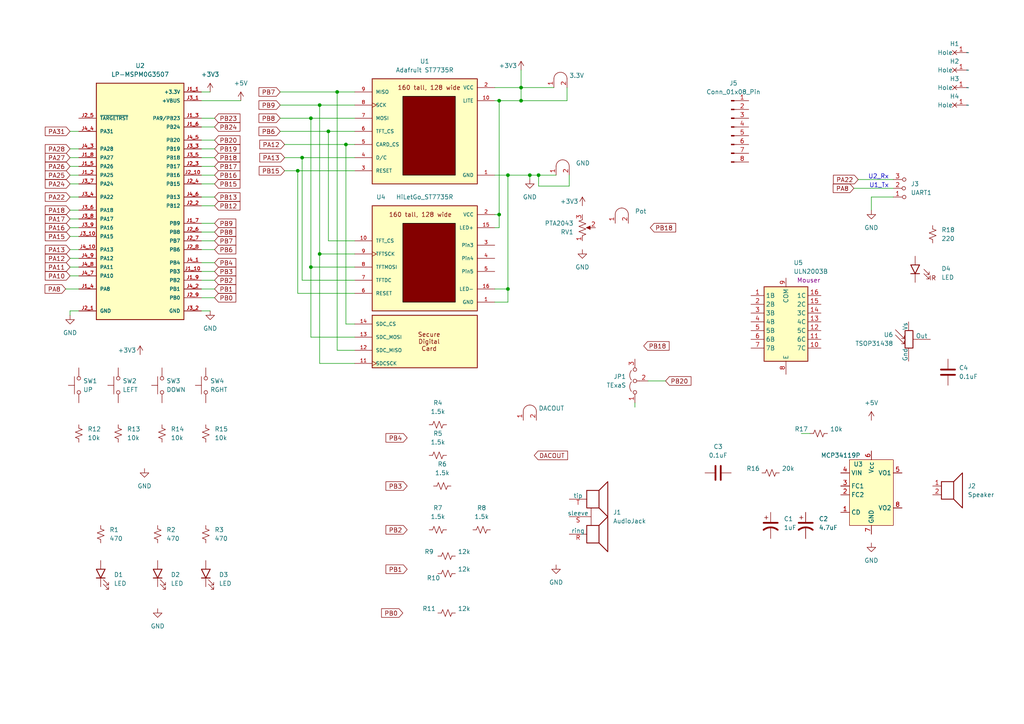
<source format=kicad_sch>
(kicad_sch (version 20250114) (generator "eeschema") (generator_version "9.0")
  (paper "A4")
  (title_block (title "Starter Project Spring 2025") (date "2025-02-24") (rev "v1.0.1") (company "The University of Texas at Austin"))
  (lib_symbols
    (symbol "Connector:Conn_01x08_Pin" (pin_names (offset 1.016) (hide yes))
      (property "Reference" "J" (at 0 10.16 0))
      (property "Value" "Conn_01x08_Pin" (at 0 -12.7 0))
      (symbol "Conn_01x08_Pin_1_1"
        (rectangle (start 0.8636 7.747) (end 0 7.493) (stroke (width 0.1524)) (fill (type outline)))
        (rectangle (start 0.8636 5.207) (end 0 4.953) (stroke (width 0.1524)) (fill (type outline)))
        (rectangle (start 0.8636 2.667) (end 0 2.413) (stroke (width 0.1524)) (fill (type outline)))
        (rectangle (start 0.8636 0.127) (end 0 -0.127) (stroke (width 0.1524)) (fill (type outline)))
        (rectangle (start 0.8636 -2.413) (end 0 -2.667) (stroke (width 0.1524)) (fill (type outline)))
        (rectangle (start 0.8636 -4.953) (end 0 -5.207) (stroke (width 0.1524)) (fill (type outline)))
        (rectangle (start 0.8636 -7.493) (end 0 -7.747) (stroke (width 0.1524)) (fill (type outline)))
        (rectangle (start 0.8636 -10.033) (end 0 -10.287) (stroke (width 0.1524)) (fill (type outline)))
        (polyline (pts (xy 1.27 7.62) (xy 0.8636 7.62)) (stroke (width 0.1524)))
        (polyline (pts (xy 1.27 5.08) (xy 0.8636 5.08)) (stroke (width 0.1524)))
        (polyline (pts (xy 1.27 2.54) (xy 0.8636 2.54)) (stroke (width 0.1524)))
        (polyline (pts (xy 1.27 0) (xy 0.8636 0)) (stroke (width 0.1524)))
        (polyline (pts (xy 1.27 -2.54) (xy 0.8636 -2.54)) (stroke (width 0.1524)))
        (polyline (pts (xy 1.27 -5.08) (xy 0.8636 -5.08)) (stroke (width 0.1524)))
        (polyline (pts (xy 1.27 -7.62) (xy 0.8636 -7.62)) (stroke (width 0.1524)))
        (polyline (pts (xy 1.27 -10.16) (xy 0.8636 -10.16)) (stroke (width 0.1524)))
        (pin passive line (at 5.08 7.62 180) (length 3.81) (name "Pin_1") (number "1"))
        (pin passive line (at 5.08 5.08 180) (length 3.81) (name "Pin_2") (number "2"))
        (pin passive line (at 5.08 2.54 180) (length 3.81) (name "Pin_3") (number "3"))
        (pin passive line (at 5.08 0 180) (length 3.81) (name "Pin_4") (number "4"))
        (pin passive line (at 5.08 -2.54 180) (length 3.81) (name "Pin_5") (number "5"))
        (pin passive line (at 5.08 -5.08 180) (length 3.81) (name "Pin_6") (number "6"))
        (pin passive line (at 5.08 -7.62 180) (length 3.81) (name "Pin_7") (number "7"))
        (pin passive line (at 5.08 -10.16 180) (length 3.81) (name "Pin_8") (number "8"))
      )
    )
    (symbol "ECE319K:Adafruit_ST7735R" (pin_names (offset 1.016))
      (property "Reference" "U?" (at -15.24 16.002 0))
      (property "Value" "Adafruit ST7735R" (at -15.24 -17.78 0))
      (symbol "Adafruit_ST7735R_0_0"
        (rectangle (start -15.24 15.24) (end 15.24 -15.24) (stroke (width 0.254)) (fill (type background)))
      )
      (symbol "Adafruit_ST7735R_1_0"
        (pin output line (at -20.32 11.43 0) (length 5.08) (name "MISO") (number "9"))
        (pin input clock (at -20.32 7.62 0) (length 5.08) (name "SCK") (number "8"))
        (pin input line (at -20.32 3.81 0) (length 5.08) (name "MOSI") (number "7"))
        (pin input line (at -20.32 0 0) (length 5.08) (name "TFT_CS") (number "6"))
        (pin input line (at -20.32 -3.81 0) (length 5.08) (name "CARD_CS") (number "5"))
        (pin input line (at -20.32 -7.62 0) (length 5.08) (name "D/C") (number "4"))
        (pin input line (at -20.32 -11.43 0) (length 5.08) (name "RESET") (number "3"))
        (pin power_in line (at 20.32 12.7 180) (length 5.08) (name "VCC") (number "2"))
        (pin power_in line (at 20.32 8.89 180) (length 5.08) (name "LITE") (number "10"))
        (pin power_in line (at 20.32 -12.7 180) (length 5.08) (name "GND") (number "1"))
      )
      (symbol "Adafruit_ST7735R_1_1"
        (rectangle (start -6.35 10.16) (end 8.89 -12.7) (stroke (width 0) (color 0 0 0 1)) (fill (type color) (color 132 0 0 1)))
        (text "160 tall, 128 wide" (at 1.27 12.7 0) (effects (font (size 1.27 1.27))))
      )
    )
    (symbol "ECE319K:C" (pin_numbers (hide yes)) (pin_names (offset 0.254))
      (property "Reference" "C" (at 0.635 2.54 0))
      (property "Value" "C" (at 0.635 -2.54 0))
      (symbol "C_0_1"
        (polyline (pts (xy -2.032 0.762) (xy 2.032 0.762)) (stroke (width 0.508)))
        (polyline (pts (xy -2.032 -0.762) (xy 2.032 -0.762)) (stroke (width 0.508)))
      )
      (symbol "C_1_1"
        (pin passive line (at 0 3.81 270) (length 2.794) (name "~") (number "1"))
        (pin passive line (at 0 -3.81 90) (length 2.794) (name "~") (number "2"))
      )
    )
    (symbol "ECE319K:C_Polarized" (pin_numbers (hide yes)) (pin_names (offset 0.254) (hide yes))
      (property "Reference" "C" (at 0.635 2.54 0))
      (property "Value" "C_Polarized" (at 0.635 -2.54 0))
      (symbol "C_Polarized_0_1"
        (polyline (pts (xy -2.032 0.762) (xy 2.032 0.762)) (stroke (width 0.508)))
        (polyline (pts (xy -1.778 2.286) (xy -0.762 2.286)))
        (polyline (pts (xy -1.27 1.778) (xy -1.27 2.794)))
        (arc (start -2.032 -1.27) (mid 0 -0.5572) (end 2.032 -1.27) (stroke (width 0.508)))
      )
      (symbol "C_Polarized_1_1"
        (pin passive line (at 0 3.81 270) (length 2.794) (name "~") (number "1"))
        (pin passive line (at 0 -3.81 90) (length 3.302) (name "~") (number "2"))
      )
    )
    (symbol "ECE319K:Header_3" (pin_names (offset 0) (hide yes))
      (property "Reference" "J" (at 0 2.794 0))
      (property "Value" "Header3" (at 0.635 -4.445 0))
      (symbol "Header_3_0_0"
        (circle (center 1.905 2.54) (radius 0.508))
      )
      (symbol "Header_3_1_0"
        (circle (center 1.905 -2.54) (radius 0.508))
        (circle (center 2.032 0) (radius 0.508))
      )
      (symbol "Header_3_1_1"
        (pin passive line (at 5.08 2.54 180) (length 2.54) (name "A") (number "1"))
        (pin passive line (at 5.08 0 180) (length 2.54) (name "B") (number "2"))
        (pin passive line (at 5.08 -2.54 180) (length 2.54) (name "C") (number "3"))
      )
    )
    (symbol "ECE319K:HeadphoneJack" (pin_names (offset 0))
      (property "Reference" "J" (at 1.27 5.715 0))
      (property "Value" "AudioJack" (at 1.27 3.81 0))
      (symbol "HeadphoneJack_0_0"
        (rectangle (start -2.54 1.27) (end 1.016 -3.81) (stroke (width 0.254)))
        (rectangle (start -2.54 -8.89) (end 1.016 -13.97) (stroke (width 0.254)))
        (polyline (pts (xy 1.016 1.27) (xy 3.556 3.81) (xy 3.556 -6.35) (xy 1.016 -3.81)) (stroke (width 0.254)))
        (polyline (pts (xy 1.016 -8.89) (xy 3.556 -6.35) (xy 3.556 -16.51) (xy 1.016 -13.97)) (stroke (width 0.254)))
      )
      (symbol "HeadphoneJack_0_1"
        (polyline (pts (xy -2.54 -6.35) (xy -1.27 -6.35) (xy -1.27 -3.81) (xy -1.27 -8.89)))
      )
      (symbol "HeadphoneJack_1_1"
        (pin input line (at -7.62 -1.27 0) (length 5.12) (name "tip") (number "T"))
        (pin input line (at -7.62 -6.35 0) (length 5.12) (name "sleeve") (number "S"))
        (pin input line (at -7.62 -11.43 0) (length 5.12) (name "ring") (number "R"))
      )
    )
    (symbol "ECE319K:HiLetGo_ST7735R" (pin_names (offset 1.016))
      (property "Reference" "U?" (at -15.24 16.002 0))
      (property "Value" "HiLetGo_ST7735R" (at -11.43 -34.29 0))
      (symbol "HiLetGo_ST7735R_0_0"
        (rectangle (start -15.24 15.24) (end 15.24 -15.24) (stroke (width 0.254)) (fill (type background)))
        (rectangle (start -15.24 -16.51) (end 15.24 -31.75) (stroke (width 0.254)) (fill (type background)))
      )
      (symbol "HiLetGo_ST7735R_1_0"
        (pin input line (at -20.32 5.08 0) (length 5.08) (name "TFT_CS") (number "10"))
        (pin input clock (at -20.32 1.27 0) (length 5.08) (name "TFTSCK") (number "9"))
        (pin input line (at -20.32 -2.54 0) (length 5.08) (name "TFTMOSI") (number "8"))
        (pin input line (at -20.32 -6.35 0) (length 5.08) (name "TFTDC") (number "7"))
        (pin input line (at -20.32 -10.16 0) (length 5.08) (name "RESET") (number "6"))
        (pin input line (at -20.32 -19.05 0) (length 5.08) (name "SDC_CS") (number "14"))
        (pin input line (at -20.32 -22.86 0) (length 5.08) (name "SDC_MOSI") (number "13"))
        (pin output line (at -20.32 -26.67 0) (length 5.08) (name "SDC_MISO") (number "12"))
        (pin input clock (at -20.32 -30.48 0) (length 5.08) (name "SDCSCK") (number "11"))
        (pin power_in line (at 20.32 12.7 180) (length 5.08) (name "VCC") (number "2"))
        (pin power_in line (at 20.32 8.89 180) (length 5.08) (name "LED+") (number "15"))
        (pin free line (at 20.32 3.81 180) (length 5.08) (name "Pin3") (number "3"))
        (pin free line (at 20.32 0 180) (length 5.08) (name "Pin4") (number "4"))
        (pin free line (at 20.32 -3.81 180) (length 5.08) (name "Pin5") (number "5"))
        (pin power_in line (at 20.32 -8.89 180) (length 5.08) (name "LED-") (number "16"))
        (pin power_in line (at 20.32 -12.7 180) (length 5.08) (name "GND") (number "1"))
      )
      (symbol "HiLetGo_ST7735R_1_1"
        (rectangle (start -6.35 10.16) (end 8.89 -12.7) (stroke (width 0) (color 0 0 0 1)) (fill (type color) (color 132 0 0 1)))
        (text "160 tall, 128 wide" (at -1.27 12.7 0) (effects (font (size 1.27 1.27))))
        (text "Secure\nDigital\nCard" (at 1.27 -24.13 0) (effects (font (size 1.27 1.27))))
      )
    )
    (symbol "ECE319K:Jumper_3_Open" (pin_names (offset 0) (hide yes))
      (property "Reference" "JP" (at -2.54 -2.54 0))
      (property "Value" "Jumper_3_Open" (at 0 2.794 0))
      (symbol "Jumper_3_Open_0_0"
        (circle (center -3.302 0) (radius 0.508))
        (circle (center 0 0) (radius 0.508))
        (circle (center 3.302 0) (radius 0.508))
      )
      (symbol "Jumper_3_Open_0_1"
        (arc (start -3.048 1.016) (mid -1.651 1.4992) (end -0.254 1.016))
        (polyline (pts (xy 0 -0.508) (xy 0 -1.27)))
        (arc (start 0.254 1.016) (mid 1.651 1.4992) (end 3.048 1.016))
      )
      (symbol "Jumper_3_Open_1_1"
        (pin passive line (at -6.35 0 0) (length 2.54) (name "A") (number "1"))
        (pin passive line (at 0 -3.81 90) (length 2.54) (name "C") (number "2"))
        (pin passive line (at 6.35 0 180) (length 2.54) (name "B") (number "3"))
      )
    )
    (symbol "ECE319K:LED" (pin_numbers (hide yes)) (pin_names (offset 1.016) (hide yes))
      (property "Reference" "D" (at 1.27 1.27 0))
      (property "Value" "LED" (at -5.08 -1.27 0))
      (symbol "LED_0_1"
        (polyline (pts (xy -0.508 -1.778) (xy 1.016 -3.302) (xy 1.016 -2.54) (xy 1.016 -3.302) (xy 0.254 -3.302)))
        (polyline (pts (xy -0.508 -3.048) (xy 1.016 -4.572) (xy 1.016 -3.81) (xy 1.016 -4.572) (xy 0.254 -4.572)))
        (polyline (pts (xy 0 1.27) (xy -2.54 1.27) (xy -1.27 -1.27) (xy 0 1.27)) (stroke (width 0.254)))
        (polyline (pts (xy 0 -1.27) (xy -2.54 -1.27)) (stroke (width 0.254)))
      )
      (symbol "LED_1_1"
        (pin passive line (at -1.27 3.81 270) (length 2.54) (name "A") (number "2"))
        (pin passive line (at -1.27 -3.81 90) (length 2.54) (name "K") (number "1"))
      )
    )
    (symbol "ECE319K:LP-MSPM0G3507" (pin_names (offset 1.016))
      (property "Reference" "U?" (at -12.7367 34.3099 0))
      (property "Value" "LP-MSPM0G3507" (at -10.16 -38.1 0))
      (symbol "LP-MSPM0G3507_0_0"
        (rectangle (start -12.7 -35.56) (end 12.7 33.02) (stroke (width 0.254)) (fill (type background)))
      )
      (symbol "LP-MSPM0G3507_1_0"
        (pin input line (at -17.78 22.86 0) (length 5.08) (name "~{TARGETRST}") (number "J2_5"))
        (pin bidirectional line (at -17.78 19.05 0) (length 5.08) (name "PA31") (number "J4_4"))
        (pin bidirectional line (at -17.78 13.97 0) (length 5.08) (name "PA28") (number "J4_3"))
        (pin bidirectional line (at -17.78 11.43 0) (length 5.08) (name "PA27") (number "J1_8"))
        (pin bidirectional line (at -17.78 8.89 0) (length 5.08) (name "PA26") (number "J1_5"))
        (pin bidirectional line (at -17.78 6.35 0) (length 5.08) (name "PA25") (number "J1_2"))
        (pin bidirectional line (at -17.78 3.81 0) (length 5.08) (name "PA24") (number "J3_7"))
        (pin bidirectional line (at -17.78 0 0) (length 5.08) (name "PA22") (number "J3_4"))
        (pin bidirectional line (at -17.78 -3.81 0) (length 5.08) (name "PA18") (number "J3_6"))
        (pin bidirectional line (at -17.78 -6.35 0) (length 5.08) (name "PA17") (number "J3_8"))
        (pin bidirectional line (at -17.78 -8.89 0) (length 5.08) (name "PA16") (number "J3_9"))
        (pin bidirectional line (at -17.78 -11.43 0) (length 5.08) (name "PA15") (number "J3_10"))
        (pin bidirectional line (at -17.78 -15.24 0) (length 5.08) (name "PA13") (number "J4_10"))
        (pin bidirectional line (at -17.78 -17.78 0) (length 5.08) (name "PA12") (number "J4_9"))
        (pin bidirectional line (at -17.78 -20.32 0) (length 5.08) (name "PA11") (number "J4_8"))
        (pin bidirectional line (at -17.78 -22.86 0) (length 5.08) (name "PA10") (number "J4_7"))
        (pin bidirectional line (at -17.78 -26.67 0) (length 5.08) (name "PA8") (number "J1_4"))
        (pin power_out line (at -17.78 -33.02 0) (length 5.08) (name "GND") (number "J2_1"))
        (pin power_out line (at 17.78 30.48 180) (length 5.08) (name "+3.3V") (number "J1_1"))
        (pin power_out line (at 17.78 27.94 180) (length 5.08) (name "+VBUS") (number "J3_1"))
        (pin bidirectional line (at 17.78 22.86 180) (length 5.08) (name "PA9/PB23") (number "J1_3"))
        (pin bidirectional line (at 17.78 20.32 180) (length 5.08) (name "PB24") (number "J1_6"))
        (pin bidirectional line (at 17.78 16.51 180) (length 5.08) (name "PB20") (number "J4_5"))
        (pin bidirectional line (at 17.78 13.97 180) (length 5.08) (name "PB19") (number "J3_3"))
        (pin bidirectional line (at 17.78 11.43 180) (length 5.08) (name "PB18") (number "J3_5"))
        (pin bidirectional line (at 17.78 8.89 180) (length 5.08) (name "PB17") (number "J2_3"))
        (pin bidirectional line (at 17.78 6.35 180) (length 5.08) (name "PB16") (number "J2_10"))
        (pin bidirectional line (at 17.78 3.81 180) (length 5.08) (name "PB15") (number "J2_4"))
        (pin bidirectional line (at 17.78 0 180) (length 5.08) (name "PB13") (number "J4_6"))
        (pin bidirectional line (at 17.78 -2.54 180) (length 5.08) (name "PB12") (number "J2_2"))
        (pin bidirectional line (at 17.78 -7.62 180) (length 5.08) (name "PB9") (number "J1_7"))
        (pin bidirectional line (at 17.78 -10.16 180) (length 5.08) (name "PB8") (number "J2_6"))
        (pin bidirectional line (at 17.78 -12.7 180) (length 5.08) (name "PB7") (number "J2_7"))
        (pin bidirectional line (at 17.78 -15.24 180) (length 5.08) (name "PB6") (number "J2_8"))
        (pin bidirectional line (at 17.78 -19.05 180) (length 5.08) (name "PB4") (number "J4_1"))
        (pin bidirectional line (at 17.78 -21.59 180) (length 5.08) (name "PB3") (number "J1_10"))
        (pin bidirectional line (at 17.78 -24.13 180) (length 5.08) (name "PB2") (number "J1_9"))
        (pin bidirectional line (at 17.78 -26.67 180) (length 5.08) (name "PB1") (number "J4_2"))
        (pin bidirectional line (at 17.78 -29.21 180) (length 5.08) (name "PB0") (number "J2_9"))
        (pin power_out line (at 17.78 -33.02 180) (length 5.08) (name "GND") (number "J3_2"))
      )
    )
    (symbol "ECE319K:MCP34119P"
      (property "Reference" "U" (at -5.08 7.62 0))
      (property "Value" "MCP34119P" (at -7.62 10.16 0))
      (symbol "MCP34119P_1_1"
        (rectangle (start -6.35 8.89) (end 6.35 -10.16) (fill (type background)))
        (pin input line (at -8.89 5.08 0) (length 2.54) (name "VIN") (number "4"))
        (pin input line (at -8.89 1.27 0) (length 2.54) (name "FC1") (number "3"))
        (pin input line (at -8.89 -1.27 0) (length 2.54) (name "FC2") (number "2"))
        (pin input line (at -8.89 -6.35 0) (length 2.54) (name "CD") (number "1"))
        (pin power_in line (at 0 11.43 270) (length 2.54) (name "Vcc") (number "6"))
        (pin power_in line (at 0 -12.7 90) (length 2.54) (name "GND") (number "7"))
        (pin output line (at 8.89 5.08 180) (length 2.54) (name "VO1") (number "5"))
        (pin output line (at 8.89 -5.08 180) (length 2.54) (name "VO2") (number "8"))
      )
    )
    (symbol "ECE319K:MountingHole"
      (property "Reference" "H" (at 0 0 0))
      (symbol "MountingHole_1_1"
        (pin power_in non_logic (at 0 0 180) (length 3.81) (name "Hole") (number "1"))
      )
    )
    (symbol "ECE319K:OED-EL-1L2" (pin_numbers (hide yes)) (pin_names (offset 1.016) (hide yes))
      (property "Reference" "D" (at 0 2.54 0))
      (property "Value" "LED" (at -5.08 -2.54 0))
      (symbol "OED-EL-1L2_0_1"
        (polyline (pts (xy 0 1.27) (xy -2.54 1.27) (xy -1.27 -1.27) (xy 0 1.27)) (stroke (width 0.254)))
        (polyline (pts (xy 0 -1.27) (xy -2.54 -1.27)) (stroke (width 0.254)))
        (polyline (pts (xy 1.27 0) (xy 2.794 -1.524) (xy 2.794 -0.762) (xy 2.794 -1.524) (xy 2.032 -1.524)))
        (polyline (pts (xy 1.27 -1.27) (xy 2.794 -2.794) (xy 2.794 -2.032) (xy 2.794 -2.794) (xy 2.032 -2.794)))
      )
      (symbol "OED-EL-1L2_1_1"
        (text "IR" (at 3.81 -2.54 0) (effects (font (size 1.27 1.27))))
        (pin passive line (at -1.27 3.81 270) (length 2.54) (name "A") (number "2"))
        (pin passive line (at -1.27 -3.81 90) (length 2.54) (name "K") (number "1"))
      )
    )
    (symbol "ECE319K:PTA2043pot" (pin_names (offset 1.016) (hide yes))
      (property "Reference" "RV" (at -4.445 0 90))
      (property "Value" "PTA2043" (at -2.54 0 90))
      (symbol "PTA2043pot_0_1"
        (polyline (pts (xy 0 2.54) (xy 0 2.286)))
        (polyline (pts (xy 0 2.286) (xy 1.016 1.905) (xy 0 1.524) (xy -1.016 1.143) (xy 0 0.762)))
        (polyline (pts (xy 0 0.762) (xy 1.016 0.381) (xy 0 0) (xy -1.016 -0.381) (xy 0 -0.762)))
        (polyline (pts (xy 0 -0.762) (xy 1.016 -1.143) (xy 0 -1.524) (xy -1.016 -1.905) (xy 0 -2.286)))
        (polyline (pts (xy 0 -2.286) (xy 0 -2.54)))
        (polyline (pts (xy 1.143 0) (xy 2.286 0.508) (xy 2.286 -0.508) (xy 1.143 0)) (fill (type outline)))
        (polyline (pts (xy 2.54 0) (xy 1.524 0)))
      )
      (symbol "PTA2043pot_1_1"
        (pin passive line (at 0 3.81 270) (length 1.27) (name "1") (number "1"))
        (pin passive line (at 0 -3.81 90) (length 1.27) (name "3") (number "3"))
        (pin passive line (at 3.81 0 180) (length 1.27) (name "2") (number "2"))
      )
    )
    (symbol "ECE319K:R_0.125W" (pin_numbers (hide yes)) (pin_names (offset 0.254) (hide yes))
      (property "Reference" "R" (at 0.762 0.508 0))
      (property "Value" "R_0.125W" (at 0.762 -1.016 0))
      (symbol "R_0.125W_1_1"
        (polyline (pts (xy 0 1.524) (xy 1.016 1.143) (xy 0 0.762) (xy -1.016 0.381) (xy 0 0)))
        (polyline (pts (xy 0 0) (xy 1.016 -0.381) (xy 0 -0.762) (xy -1.016 -1.143) (xy 0 -1.524)))
        (pin passive line (at 0 2.54 270) (length 1.016) (name "~") (number "1"))
        (pin passive line (at 0 -2.54 90) (length 1.016) (name "~") (number "2"))
      )
    )
    (symbol "ECE319K:SW_Push" (pin_numbers (hide yes)) (pin_names (offset 1.016) (hide yes))
      (property "Reference" "SW101" (at 1.27 -1.27 90))
      (property "Value" "UP" (at -1.27 -1.27 90))
      (symbol "SW_Push_0_1"
        (circle (center -2.032 0) (radius 0.508))
        (polyline (pts (xy 0 1.27) (xy 0 3.048)))
        (circle (center 2.032 0) (radius 0.508))
        (polyline (pts (xy 2.54 1.27) (xy -2.54 1.27)))
        (pin passive line (at -5.08 0 0) (length 2.54) (name "1") (number "1"))
        (pin passive line (at 5.08 0 180) (length 2.54) (name "2") (number "2"))
      )
    )
    (symbol "ECE319K:Speaker" (pin_names (offset 0) (hide yes))
      (property "Reference" "J" (at 1.27 5.715 0))
      (property "Value" "Speaker" (at 1.27 3.81 0))
      (symbol "Speaker_0_0"
        (rectangle (start -2.54 1.27) (end 1.016 -3.81) (stroke (width 0.254)))
        (polyline (pts (xy 1.016 1.27) (xy 3.556 3.81) (xy 3.556 -6.35) (xy 1.016 -3.81)) (stroke (width 0.254)))
      )
      (symbol "Speaker_1_1"
        (pin input line (at -5.08 0 0) (length 2.54) (name "1") (number "1"))
        (pin input line (at -5.08 -2.54 0) (length 2.54) (name "2") (number "2"))
      )
    )
    (symbol "ECE319K:TSOP31438" (pin_numbers (hide yes)) (pin_names (offset 0))
      (property "Reference" "U" (at -5.08 0 90))
      (property "Value" "TSOP31438" (at -7.62 -1.27 90))
      (symbol "TSOP31438_0_1"
        (polyline (pts (xy -1.27 0.254) (xy -3.81 2.794)))
        (polyline (pts (xy -1.27 0.254) (xy -2.032 0.254)))
        (polyline (pts (xy -1.27 0.254) (xy -1.27 1.016)))
        (polyline (pts (xy -1.27 -1.27) (xy -3.81 1.27)))
        (polyline (pts (xy -1.27 -1.27) (xy -2.032 -1.27)))
        (polyline (pts (xy -1.27 -1.27) (xy -1.27 -0.508)))
        (rectangle (start -1.016 2.54) (end 1.27 -2.54) (stroke (width 0.254)))
      )
      (symbol "TSOP31438_1_1"
        (pin power_in line (at 0 5.08 270) (length 2.54) (name "Vs") (number "2"))
        (pin power_in line (at 0 -6.35 90) (length 3.81) (name "Gnd") (number "1"))
        (pin output line (at 6.35 0 180) (length 5.08) (name "Out") (number "3"))
      )
    )
    (symbol "ECE319K:Testpoint" (pin_names (offset 0) (hide yes))
      (property "Reference" "TP" (at 0 2.794 0))
      (property "Value" "TP" (at 0 -2.286 0))
      (symbol "Testpoint_0_1"
        (arc (start 0.0001 4.4451) (mid 1.3471 3.8871) (end 1.9051 2.5401))
        (arc (start -1.905 2.54) (mid -1.347 3.887) (end 0 4.445))
      )
      (symbol "Testpoint_1_1"
        (pin passive line (at -1.905 0 90) (length 2.54) (name "A") (number "1"))
        (pin passive line (at 1.905 0 90) (length 2.54) (name "B") (number "2"))
      )
    )
    (symbol "ECE319K:ULN2003B"
      (property "Reference" "U" (at 7.62 8.89 0))
      (property "Value" "ULN2003B" (at 6.35 -15.24 0))
      (property "Distributor" " Mouser " (at 0 0 0))
      (symbol "ULN2003B_0_0"
        (rectangle (start -6.35 7.62) (end 6.35 -13.97) (stroke (width 0.254)) (fill (type background)))
      )
      (symbol "ULN2003B_1_1"
        (pin input line (at -10.16 5.08 0) (length 3.81) (name "1B") (number "1"))
        (pin input line (at -10.16 2.54 0) (length 3.81) (name "2B") (number "2"))
        (pin input line (at -10.16 0 0) (length 3.81) (name "3B") (number "3"))
        (pin input line (at -10.16 -2.54 0) (length 3.81) (name "4B") (number "4"))
        (pin input line (at -10.16 -5.08 0) (length 3.81) (name "5B") (number "5"))
        (pin input line (at -10.16 -7.62 0) (length 3.81) (name "6B") (number "6"))
        (pin input line (at -10.16 -10.16 0) (length 3.81) (name "7B") (number "7"))
        (pin power_in line (at 0 10.16 270) (length 2.54) (name "COM") (number "9"))
        (pin power_in line (at 0 -17.78 90) (length 3.81) (name "E") (number "8"))
        (pin output line (at 10.16 5.08 180) (length 3.81) (name "1C") (number "16"))
        (pin output line (at 10.16 2.54 180) (length 3.81) (name "2C") (number "15"))
        (pin output line (at 10.16 0 180) (length 3.81) (name "3C") (number "14"))
        (pin output line (at 10.16 -2.54 180) (length 3.81) (name "4C") (number "13"))
        (pin output line (at 10.16 -5.08 180) (length 3.81) (name "5C") (number "12"))
        (pin output line (at 10.16 -7.62 180) (length 3.81) (name "6C") (number "11"))
        (pin output line (at 10.16 -10.16 180) (length 3.81) (name "7C") (number "10"))
      )
    )
    (symbol "power:+3V3" (power) (pin_names (offset 0))
      (property "Value" "+3V3" (at 0 3.556 0))
      (symbol "+3V3_0_1"
        (polyline (pts (xy -0.762 1.27) (xy 0 2.54)))
        (polyline (pts (xy 0 2.54) (xy 0.762 1.27)))
        (polyline (pts (xy 0 0) (xy 0 2.54)))
      )
      (symbol "+3V3_1_1"
        (pin power_in line (at 0 0 90) (length 0) (hide yes) (name "+3V3") (number "1"))
      )
    )
    (symbol "power:+5V" (power) (pin_names (offset 0))
      (property "Value" "+5V" (at 0 3.556 0))
      (symbol "+5V_0_1"
        (polyline (pts (xy -0.762 1.27) (xy 0 2.54)))
        (polyline (pts (xy 0 2.54) (xy 0.762 1.27)))
        (polyline (pts (xy 0 0) (xy 0 2.54)))
      )
      (symbol "+5V_1_1"
        (pin power_in line (at 0 0 90) (length 0) (hide yes) (name "+5V") (number "1"))
      )
    )
    (symbol "power:GND" (power) (pin_names (offset 0))
      (property "Value" "GND" (at 0 -3.81 0))
      (symbol "GND_0_1"
        (polyline (pts (xy 0 0) (xy 0 -1.27) (xy 1.27 -1.27) (xy 0 -2.54) (xy -1.27 -1.27) (xy 0 -1.27)))
      )
      (symbol "GND_1_1"
        (pin power_in line (at 0 0 270) (length 0) (hide yes) (name "GND") (number "1"))
      )
    )
  )
  (text "U2_Rx" (at 257.81 52.07 0) (effects (font (size 1.27 1.27)) (justify right bottom)))
  (text "U1_Tx" (at 257.81 54.61 0) (effects (font (size 1.27 1.27)) (justify right bottom)))
  (junction (at 86.36 49.53))
  (junction (at 144.78 62.23))
  (junction (at 97.79 26.67))
  (junction (at 147.32 50.8))
  (junction (at 87.63 45.72))
  (junction (at 95.25 38.1))
  (junction (at 147.32 83.82))
  (junction (at 100.33 41.91))
  (junction (at 153.67 50.8))
  (junction (at 144.78 29.21))
  (junction (at 92.71 30.48))
  (junction (at 151.13 25.4))
  (junction (at 156.21 50.8))
  (junction (at 90.17 77.47))
  (junction (at 90.17 34.29))
  (junction (at 92.71 73.66))
  (junction (at 151.13 29.21))
  (wire (pts (xy 165.1 53.975) (xy 156.21 53.975)))
  (wire (pts (xy 90.17 77.47) (xy 90.17 34.29)))
  (wire (pts (xy 102.87 85.09) (xy 86.36 85.09)))
  (wire (pts (xy 58.42 86.36) (xy 62.23 86.36)))
  (wire (pts (xy 58.42 57.15) (xy 62.23 57.15)))
  (wire (pts (xy 81.28 38.1) (xy 95.25 38.1)))
  (wire (pts (xy 95.25 38.1) (xy 102.87 38.1)))
  (wire (pts (xy 58.42 50.8) (xy 62.23 50.8)))
  (wire (pts (xy 20.32 91.44) (xy 20.32 90.17)))
  (wire (pts (xy 81.28 34.29) (xy 90.17 34.29)))
  (wire (pts (xy 100.33 41.91) (xy 102.87 41.91)))
  (wire (pts (xy 82.55 49.53) (xy 86.36 49.53)))
  (wire (pts (xy 20.32 68.58) (xy 22.86 68.58)))
  (wire (pts (xy 58.42 26.67) (xy 60.96 26.67)))
  (wire (pts (xy 20.32 66.04) (xy 22.86 66.04)))
  (wire (pts (xy 102.87 101.6) (xy 97.79 101.6)))
  (wire (pts (xy 164.465 25.4) (xy 164.465 29.21)))
  (wire (pts (xy 247.65 54.61) (xy 259.08 54.61)))
  (wire (pts (xy 143.51 66.04) (xy 144.78 66.04)))
  (wire (pts (xy 58.42 45.72) (xy 62.23 45.72)))
  (wire (pts (xy 102.87 69.85) (xy 95.25 69.85)))
  (wire (pts (xy 58.42 40.64) (xy 62.23 40.64)))
  (wire (pts (xy 20.32 38.1) (xy 22.86 38.1)))
  (wire (pts (xy 143.51 29.21) (xy 144.78 29.21)))
  (wire (pts (xy 86.36 49.53) (xy 86.36 85.09)))
  (wire (pts (xy 143.51 83.82) (xy 147.32 83.82)))
  (wire (pts (xy 87.63 45.72) (xy 87.63 81.28)))
  (wire (pts (xy 58.42 72.39) (xy 62.23 72.39)))
  (wire (pts (xy 102.87 97.79) (xy 90.17 97.79)))
  (wire (pts (xy 81.28 30.48) (xy 92.71 30.48)))
  (wire (pts (xy 20.32 48.26) (xy 22.86 48.26)))
  (wire (pts (xy 58.42 83.82) (xy 62.23 83.82)))
  (wire (pts (xy 19.05 83.82) (xy 22.86 83.82)))
  (wire (pts (xy 100.33 93.98) (xy 100.33 41.91)))
  (wire (pts (xy 187.96 110.49) (xy 193.04 110.49)))
  (wire (pts (xy 58.42 76.2) (xy 62.23 76.2)))
  (wire (pts (xy 144.78 66.04) (xy 144.78 62.23)))
  (wire (pts (xy 20.32 63.5) (xy 22.86 63.5)))
  (wire (pts (xy 58.42 34.29) (xy 62.23 34.29)))
  (wire (pts (xy 156.21 53.975) (xy 156.21 50.8)))
  (wire (pts (xy 143.51 87.63) (xy 147.32 87.63)))
  (wire (pts (xy 97.79 101.6) (xy 97.79 26.67)))
  (wire (pts (xy 144.78 29.21) (xy 151.13 29.21)))
  (wire (pts (xy 58.42 64.77) (xy 62.23 64.77)))
  (wire (pts (xy 151.13 25.4) (xy 151.13 20.32)))
  (wire (pts (xy 82.55 45.72) (xy 87.63 45.72)))
  (wire (pts (xy 20.32 50.8) (xy 22.86 50.8)))
  (wire (pts (xy 248.92 52.07) (xy 259.08 52.07)))
  (wire (pts (xy 58.42 48.26) (xy 62.23 48.26)))
  (wire (pts (xy 20.32 90.17) (xy 22.86 90.17)))
  (wire (pts (xy 153.67 50.8) (xy 153.67 52.07)))
  (wire (pts (xy 58.42 29.21) (xy 69.85 29.21)))
  (wire (pts (xy 147.32 50.8) (xy 153.67 50.8)))
  (wire (pts (xy 165.1 50.8) (xy 165.1 53.975)))
  (wire (pts (xy 144.78 62.23) (xy 144.78 29.21)))
  (wire (pts (xy 234.95 125.73) (xy 232.41 125.73)))
  (wire (pts (xy 20.32 57.15) (xy 22.86 57.15)))
  (wire (pts (xy 143.51 62.23) (xy 144.78 62.23)))
  (wire (pts (xy 252.73 57.15) (xy 252.73 60.96)))
  (wire (pts (xy 90.17 97.79) (xy 90.17 77.47)))
  (wire (pts (xy 102.87 81.28) (xy 87.63 81.28)))
  (wire (pts (xy 20.32 74.93) (xy 22.86 74.93)))
  (wire (pts (xy 151.13 29.21) (xy 151.13 25.4)))
  (wire (pts (xy 102.87 77.47) (xy 90.17 77.47)))
  (wire (pts (xy 58.42 90.17) (xy 60.96 90.17)))
  (wire (pts (xy 184.15 116.84) (xy 184.15 118.11)))
  (wire (pts (xy 58.42 67.31) (xy 62.23 67.31)))
  (wire (pts (xy 86.36 49.53) (xy 102.87 49.53)))
  (wire (pts (xy 58.42 81.28) (xy 62.23 81.28)))
  (wire (pts (xy 143.51 25.4) (xy 151.13 25.4)))
  (wire (pts (xy 92.71 73.66) (xy 92.71 30.48)))
  (wire (pts (xy 20.32 80.01) (xy 22.86 80.01)))
  (wire (pts (xy 102.87 93.98) (xy 100.33 93.98)))
  (wire (pts (xy 20.32 77.47) (xy 22.86 77.47)))
  (wire (pts (xy 147.32 83.82) (xy 147.32 50.8)))
  (wire (pts (xy 58.42 53.34) (xy 62.23 53.34)))
  (wire (pts (xy 153.67 50.8) (xy 156.21 50.8)))
  (wire (pts (xy 92.71 105.41) (xy 92.71 73.66)))
  (wire (pts (xy 259.08 57.15) (xy 252.73 57.15)))
  (wire (pts (xy 92.71 30.48) (xy 102.87 30.48)))
  (wire (pts (xy 58.42 78.74) (xy 62.23 78.74)))
  (wire (pts (xy 95.25 69.85) (xy 95.25 38.1)))
  (wire (pts (xy 20.32 45.72) (xy 22.86 45.72)))
  (wire (pts (xy 151.13 25.4) (xy 160.655 25.4)))
  (wire (pts (xy 87.63 45.72) (xy 102.87 45.72)))
  (wire (pts (xy 143.51 50.8) (xy 147.32 50.8)))
  (wire (pts (xy 164.465 29.21) (xy 151.13 29.21)))
  (wire (pts (xy 20.32 43.18) (xy 22.86 43.18)))
  (wire (pts (xy 20.32 72.39) (xy 22.86 72.39)))
  (wire (pts (xy 58.42 43.18) (xy 62.23 43.18)))
  (wire (pts (xy 58.42 59.69) (xy 62.23 59.69)))
  (wire (pts (xy 147.32 87.63) (xy 147.32 83.82)))
  (wire (pts (xy 58.42 69.85) (xy 62.23 69.85)))
  (wire (pts (xy 58.42 36.83) (xy 62.23 36.83)))
  (wire (pts (xy 92.71 73.66) (xy 102.87 73.66)))
  (wire (pts (xy 97.79 26.67) (xy 102.87 26.67)))
  (wire (pts (xy 20.32 60.96) (xy 22.86 60.96)))
  (wire (pts (xy 90.17 34.29) (xy 102.87 34.29)))
  (wire (pts (xy 81.28 26.67) (xy 97.79 26.67)))
  (wire (pts (xy 20.32 53.34) (xy 22.86 53.34)))
  (wire (pts (xy 102.87 105.41) (xy 92.71 105.41)))
  (wire (pts (xy 156.21 50.8) (xy 161.29 50.8)))
  (wire (pts (xy 82.55 41.91) (xy 100.33 41.91)))
  (global_label "PA13" (shape input) (at 82.55 45.72 180) (property "Intersheetrefs" "${INTERSHEET_REFS}" (effects (hide yes))))
  (global_label "PB4" (shape input) (at 118.11 127 180) (property "Intersheetrefs" "${INTERSHEET_REFS}" (effects (hide yes))))
  (global_label "PB8" (shape input) (at 62.23 67.31 0) (property "Intersheetrefs" "${INTERSHEET_REFS}" (effects (hide yes))))
  (global_label "PA12" (shape input) (at 82.55 41.91 180) (property "Intersheetrefs" "${INTERSHEET_REFS}" (effects (hide yes))))
  (global_label "PB6" (shape input) (at 62.23 72.39 0) (property "Intersheetrefs" "${INTERSHEET_REFS}" (effects (hide yes))))
  (global_label "PB6" (shape input) (at 81.28 38.1 180) (property "Intersheetrefs" "${INTERSHEET_REFS}" (effects (hide yes))))
  (global_label "PB18" (shape input) (at 186.69 100.33 0) (property "Intersheetrefs" "${INTERSHEET_REFS}" (effects (hide yes))))
  (global_label "PB15" (shape input) (at 62.23 53.34 0) (property "Intersheetrefs" "${INTERSHEET_REFS}" (effects (hide yes))))
  (global_label "PB7" (shape input) (at 81.28 26.67 180) (property "Intersheetrefs" "${INTERSHEET_REFS}" (effects (hide yes))))
  (global_label "PB20" (shape input) (at 193.04 110.49 0) (property "Intersheetrefs" "${INTERSHEET_REFS}" (effects (hide yes))))
  (global_label "PA25" (shape input) (at 20.32 50.8 180) (property "Intersheetrefs" "${INTERSHEET_REFS}" (effects (hide yes))))
  (global_label "PA22" (shape input) (at 20.32 57.15 180) (property "Intersheetrefs" "${INTERSHEET_REFS}" (effects (hide yes))))
  (global_label "PB18" (shape input) (at 62.23 45.72 0) (property "Intersheetrefs" "${INTERSHEET_REFS}" (effects (hide yes))))
  (global_label "PA24" (shape input) (at 20.32 53.34 180) (property "Intersheetrefs" "${INTERSHEET_REFS}" (effects (hide yes))))
  (global_label "PB7" (shape input) (at 62.23 69.85 0) (property "Intersheetrefs" "${INTERSHEET_REFS}" (effects (hide yes))))
  (global_label "PB23" (shape input) (at 62.23 34.29 0) (property "Intersheetrefs" "${INTERSHEET_REFS}" (effects (hide yes))))
  (global_label "PA15" (shape input) (at 20.32 68.58 180) (property "Intersheetrefs" "${INTERSHEET_REFS}" (effects (hide yes))))
  (global_label "PB18" (shape input) (at 188.595 66.04 0) (property "Intersheetrefs" "${INTERSHEET_REFS}" (effects (hide yes))))
  (global_label "PB3" (shape input) (at 62.23 78.74 0) (property "Intersheetrefs" "${INTERSHEET_REFS}" (effects (hide yes))))
  (global_label "PA31" (shape input) (at 20.32 38.1 180) (property "Intersheetrefs" "${INTERSHEET_REFS}" (effects (hide yes))))
  (global_label "PA26" (shape input) (at 20.32 48.26 180) (property "Intersheetrefs" "${INTERSHEET_REFS}" (effects (hide yes))))
  (global_label "PA17" (shape input) (at 20.32 63.5 180) (property "Intersheetrefs" "${INTERSHEET_REFS}" (effects (hide yes))))
  (global_label "PB3" (shape input) (at 118.11 140.97 180) (property "Intersheetrefs" "${INTERSHEET_REFS}" (effects (hide yes))))
  (global_label "PB9" (shape input) (at 62.23 64.77 0) (property "Intersheetrefs" "${INTERSHEET_REFS}" (effects (hide yes))))
  (global_label "PA13" (shape input) (at 20.32 72.39 180) (property "Intersheetrefs" "${INTERSHEET_REFS}" (effects (hide yes))))
  (global_label "PB17" (shape input) (at 62.23 48.26 0) (property "Intersheetrefs" "${INTERSHEET_REFS}" (effects (hide yes))))
  (global_label "PB8" (shape input) (at 81.28 34.29 180) (property "Intersheetrefs" "${INTERSHEET_REFS}" (effects (hide yes))))
  (global_label "PA10" (shape input) (at 20.32 80.01 180) (property "Intersheetrefs" "${INTERSHEET_REFS}" (effects (hide yes))))
  (global_label "PA12" (shape input) (at 20.32 74.93 180) (property "Intersheetrefs" "${INTERSHEET_REFS}" (effects (hide yes))))
  (global_label "PB0" (shape input) (at 116.84 177.8 180) (property "Intersheetrefs" "${INTERSHEET_REFS}" (effects (hide yes))))
  (global_label "PB4" (shape input) (at 62.23 76.2 0) (property "Intersheetrefs" "${INTERSHEET_REFS}" (effects (hide yes))))
  (global_label "DACOUT" (shape input) (at 154.94 132.08 0) (property "Intersheetrefs" "${INTERSHEET_REFS}" (effects (hide yes))))
  (global_label "PB24" (shape input) (at 62.23 36.83 0) (property "Intersheetrefs" "${INTERSHEET_REFS}" (effects (hide yes))))
  (global_label "PB13" (shape input) (at 62.23 57.15 0) (property "Intersheetrefs" "${INTERSHEET_REFS}" (effects (hide yes))))
  (global_label "PA11" (shape input) (at 20.32 77.47 180) (property "Intersheetrefs" "${INTERSHEET_REFS}" (effects (hide yes))))
  (global_label "PA27" (shape input) (at 20.32 45.72 180) (property "Intersheetrefs" "${INTERSHEET_REFS}" (effects (hide yes))))
  (global_label "PA18" (shape input) (at 20.32 60.96 180) (property "Intersheetrefs" "${INTERSHEET_REFS}" (effects (hide yes))))
  (global_label "PB12" (shape input) (at 62.23 59.69 0) (property "Intersheetrefs" "${INTERSHEET_REFS}" (effects (hide yes))))
  (global_label "PB1" (shape input) (at 62.23 83.82 0) (property "Intersheetrefs" "${INTERSHEET_REFS}" (effects (hide yes))))
  (global_label "PA16" (shape input) (at 20.32 66.04 180) (property "Intersheetrefs" "${INTERSHEET_REFS}" (effects (hide yes))))
  (global_label "PB16" (shape input) (at 62.23 50.8 0) (property "Intersheetrefs" "${INTERSHEET_REFS}" (effects (hide yes))))
  (global_label "PB20" (shape input) (at 62.23 40.64 0) (property "Intersheetrefs" "${INTERSHEET_REFS}" (effects (hide yes))))
  (global_label "PA28" (shape input) (at 20.32 43.18 180) (property "Intersheetrefs" "${INTERSHEET_REFS}" (effects (hide yes))))
  (global_label "PB2" (shape input) (at 118.11 153.67 180) (property "Intersheetrefs" "${INTERSHEET_REFS}" (effects (hide yes))))
  (global_label "PB9" (shape input) (at 81.28 30.48 180) (property "Intersheetrefs" "${INTERSHEET_REFS}" (effects (hide yes))))
  (global_label "PA8" (shape input) (at 19.05 83.82 180) (property "Intersheetrefs" "${INTERSHEET_REFS}" (effects (hide yes))))
  (global_label "PA8" (shape input) (at 247.65 54.61 180) (property "Intersheetrefs" "${INTERSHEET_REFS}" (effects (hide yes))))
  (global_label "PB1" (shape input) (at 118.11 165.1 180) (property "Intersheetrefs" "${INTERSHEET_REFS}" (effects (hide yes))))
  (global_label "PB0" (shape input) (at 62.23 86.36 0) (property "Intersheetrefs" "${INTERSHEET_REFS}" (effects (hide yes))))
  (global_label "PB19" (shape input) (at 62.23 43.18 0) (property "Intersheetrefs" "${INTERSHEET_REFS}" (effects (hide yes))))
  (global_label "PA22" (shape input) (at 248.92 52.07 180) (property "Intersheetrefs" "${INTERSHEET_REFS}" (effects (hide yes))))
  (global_label "PB2" (shape input) (at 62.23 81.28 0) (property "Intersheetrefs" "${INTERSHEET_REFS}" (effects (hide yes))))
  (global_label "PB15" (shape input) (at 82.55 49.53 180) (property "Intersheetrefs" "${INTERSHEET_REFS}" (effects (hide yes))))
  (symbol (lib_id "ECE319K:MountingHole") (at 280.67 30.48 0) (unit 1)
    (property "Reference" "H4" (at 276.86 27.94 0))
    (property "Value" "~" (at 280.67 30.48 0))
    (property "Footprint" "ECE319K:MountingHole_4_40" (effects (hide yes)))
  )
  (symbol (lib_id "ECE319K:Adafruit_ST7735R") (at 123.19 38.1 0) (unit 1)
    (property "Reference" "U1" (at 123.19 17.78 0))
    (property "Value" "Adafruit ST7735R" (at 123.19 20.32 0))
    (property "Footprint" "ECE319K:adafruit_st7735r" (effects (hide yes)))
    (property "Datasheet" "https://www.mouser.com/datasheet/2/737/ST7735R_V0_2-2489618.pdf" (effects (hide yes)))
    (property "Distributor" "Mouser" (effects (hide yes)))
    (property "Manufacturer" "Adafruit" (effects (hide yes)))
    (property "P/N" "358" (effects (hide yes)))
    (property "Cost" "19.95" (effects (hide yes)))
  )
  (symbol (lib_id "ECE319K:Jumper_3_Open") (at 184.15 110.49 90) (unit 1)
    (property "Reference" "JP1" (at 181.61 109.22 90) (effects (justify left)))
    (property "Value" "TExaS" (at 181.61 111.76 90) (effects (justify left)))
    (property "Footprint" "ECE319K:PinHeader_1x03_P2.54mm_Vertical" (effects (hide yes)))
  )
  (symbol (lib_id "ECE319K:R_0.125W") (at 127 153.67 270) (unit 1)
    (property "Reference" "R7" (at 127 147.32 90))
    (property "Value" "1.5k" (at 127 149.86 90))
    (property "Footprint" "ECE319K:R_Axial_DIN0204_L3.6mm_D1.6mm_P7.62mm_Horizontal" (effects (hide yes)))
    (property "Datasheet" "https://users.ece.utexas.edu/~valvano/mspm0/CarbonFilmresistors.pdf" (effects (hide yes)))
  )
  (symbol (lib_id "ECE319K:R_0.125W") (at 29.21 154.94 0) (unit 1)
    (property "Reference" "R1" (at 31.75 153.67 0) (effects (justify left)))
    (property "Value" "470" (at 31.75 156.21 0) (effects (justify left)))
    (property "Footprint" "ECE319K:R_Axial_DIN0204_L3.6mm_D1.6mm_P7.62mm_Horizontal" (effects (hide yes)))
    (property "Datasheet" "https://users.ece.utexas.edu/~valvano/mspm0/CarbonFilmresistors.pdf" (effects (hide yes)))
  )
  (symbol (lib_id "ECE319K:LED") (at 60.96 166.37 0) (unit 1)
    (property "Reference" "D3" (at 63.5 166.6875 0) (effects (justify left)))
    (property "Value" "LED" (at 63.5 169.2275 0) (effects (justify left)))
    (property "Footprint" "ECE319K:LED_D5.0mm" (effects (hide yes)))
    (property "Datasheet" "https://users.ece.utexas.edu/~valvano/mspm0/HLMP-4700.pdf" (effects (hide yes)))
  )
  (symbol (lib_id "ECE319K:R_0.125W") (at 139.7 153.67 270) (unit 1)
    (property "Reference" "R8" (at 139.7 147.32 90))
    (property "Value" "1.5k" (at 139.7 149.86 90))
    (property "Footprint" "ECE319K:R_Axial_DIN0204_L3.6mm_D1.6mm_P7.62mm_Horizontal" (effects (hide yes)))
    (property "Datasheet" "https://users.ece.utexas.edu/~valvano/mspm0/CarbonFilmresistors.pdf" (effects (hide yes)))
  )
  (symbol (lib_id "power:GND") (at 252.73 60.96 0) (unit 1)
    (property "Reference" "#PWR06" (effects (hide yes)))
    (property "Value" "GND" (at 252.73 66.04 0))
  )
  (symbol (lib_id "ECE319K:SW_Push") (at 34.29 111.76 90) (unit 1)
    (property "Reference" "SW2" (at 35.56 110.49 90) (effects (justify right)))
    (property "Value" "LEFT" (at 35.56 113.03 90) (effects (justify right)))
    (property "Footprint" "ECE319K:SW_PUSH_6mm" (effects (hide yes)))
  )
  (symbol (lib_id "ECE319K:LP-MSPM0G3507") (at 40.64 57.15 0) (unit 1)
    (property "Reference" "U2" (at 40.64 19.05 0))
    (property "Value" "LP-MSPM0G3507" (at 40.64 21.59 0))
    (property "Footprint" "ECE319K:ti_LP_MSPM0G3507" (effects (hide yes)))
    (property "Datasheet" "https://www.ti.com/tool/LP-MSPM0G3507" (effects (hide yes)))
    (property "Distributor" "Mouser" (effects (hide yes)))
    (property "Manufacturer" "Texas Instruments" (effects (hide yes)))
    (property "P/N" "LP-MSPM0G3507" (effects (hide yes)))
    (property "Cost" "22.60" (effects (hide yes)))
  )
  (symbol (lib_id "ECE319K:MCP34119P") (at 252.73 142.24 0) (unit 1)
    (property "Reference" "U3" (at 248.92 134.62 0))
    (property "Value" "MCP34119P" (at 243.84 132.08 0))
    (property "Footprint" "ECE319K:DIP-8_W7.62mm_LongPads" (effects (hide yes)))
    (property "Datasheet" "https://users.ece.utexas.edu/~valvano/Datasheets/MC34119.pdf" (effects (hide yes)))
    (property "Distributor" "N/A" (effects (hide yes)))
    (property "Manufacturer" "Motorola" (effects (hide yes)))
    (property "P/N" "MC34119P" (effects (hide yes)))
    (property "Cost" "N/A" (effects (hide yes)))
  )
  (symbol (lib_id "ECE319K:R_0.125W") (at 129.54 166.37 270) (unit 1)
    (property "Reference" "R10" (at 125.73 167.64 90))
    (property "Value" "12k" (at 134.62 165.1 90))
    (property "Footprint" "ECE319K:R_Axial_DIN0204_L3.6mm_D1.6mm_P7.62mm_Horizontal" (effects (hide yes)))
    (property "Datasheet" "https://users.ece.utexas.edu/~valvano/mspm0/CarbonFilmresistors.pdf" (effects (hide yes)))
  )
  (symbol (lib_id "power:+3V3") (at 40.64 102.87 0) (unit 1)
    (property "Reference" "#PWR03" (effects (hide yes)))
    (property "Value" "+3V3" (at 36.83 101.6 0))
  )
  (symbol (lib_id "ECE319K:LED") (at 46.99 166.37 0) (unit 1)
    (property "Reference" "D2" (at 49.53 166.6875 0) (effects (justify left)))
    (property "Value" "LED" (at 49.53 169.2275 0) (effects (justify left)))
    (property "Footprint" "ECE319K:LED_D5.0mm" (effects (hide yes)))
    (property "Datasheet" "https://users.ece.utexas.edu/~valvano/mspm0/HLMP-4700.pdf" (effects (hide yes)))
  )
  (symbol (lib_id "Connector:Conn_01x08_Pin") (at 212.09 36.83 0) (unit 1)
    (property "Reference" "J5" (at 212.725 24.13 0))
    (property "Value" "Conn_01x08_Pin" (at 212.725 26.67 0))
    (property "Footprint" "Connector_PinSocket_2.54mm:PinSocket_1x08_P2.54mm_Vertical" (effects (hide yes)))
    (property "Description" "Generic connector, single row, 01x08, script generated" (effects (hide yes)))
  )
  (symbol (lib_id "power:+5V") (at 69.85 29.21 0) (unit 1)
    (property "Reference" "#PWR0105" (effects (hide yes)))
    (property "Value" "+5V" (at 69.85 24.13 0))
  )
  (symbol (lib_id "power:GND") (at 45.72 176.53 0) (unit 1)
    (property "Reference" "#PWR0107" (effects (hide yes)))
    (property "Value" "GND" (at 45.72 181.61 0))
  )
  (symbol (lib_id "ECE319K:LED") (at 30.48 166.37 0) (unit 1)
    (property "Reference" "D1" (at 33.02 166.6875 0) (effects (justify left)))
    (property "Value" "LED" (at 33.02 169.2275 0) (effects (justify left)))
    (property "Footprint" "ECE319K:LED_D5.0mm" (effects (hide yes)))
    (property "Datasheet" "https://users.ece.utexas.edu/~valvano/mspm0/HLMP-4700.pdf" (effects (hide yes)))
  )
  (symbol (lib_id "power:GND") (at 20.32 91.44 0) (unit 1)
    (property "Reference" "#PWR01" (effects (hide yes)))
    (property "Value" "GND" (at 20.32 96.52 0))
  )
  (symbol (lib_id "ECE319K:Speaker") (at 275.59 140.97 0) (unit 1)
    (property "Reference" "J2" (at 280.67 140.97 0) (effects (justify left)))
    (property "Value" "Speaker" (at 280.67 143.51 0) (effects (justify left)))
    (property "Footprint" "ECE319K:PinHeader_1x02_P2.54mm_Vertical" (effects (hide yes)))
  )
  (symbol (lib_id "ECE319K:SW_Push") (at 22.86 111.76 90) (unit 1)
    (property "Reference" "SW1" (at 24.13 110.49 90) (effects (justify right)))
    (property "Value" "UP" (at 24.13 113.03 90) (effects (justify right)))
    (property "Footprint" "ECE319K:SW_PUSH_6mm" (effects (hide yes)))
  )
  (symbol (lib_id "power:+5V") (at 252.73 121.92 0) (unit 1)
    (property "Reference" "#PWR08" (effects (hide yes)))
    (property "Value" "+5V" (at 252.73 116.84 0))
  )
  (symbol (lib_id "ECE319K:HiLetGo_ST7735R") (at 123.19 74.93 0) (unit 1)
    (property "Reference" "U4" (at 110.49 57.15 0))
    (property "Value" "HiLetGo_ST7735R" (at 123.19 57.15 0))
    (property "Footprint" "ECE319K:hiletgo_st7735r" (effects (hide yes)))
    (property "Datasheet" "https://users.ece.utexas.edu/~valvano/mspm0/1-8-tft-display.pdf" (effects (hide yes)))
    (property "Distributor" "Amazon" (effects (hide yes)))
    (property "Manufacturer" "HiLetGo" (effects (hide yes)))
    (property "P/N" "https://www.amazon.com/s?k=hiletgo+ST7735R" (effects (hide yes)))
    (property "Cost" "9.95" (effects (hide yes)))
  )
  (symbol (lib_id "ECE319K:R_0.125W") (at 59.69 125.73 0) (unit 1)
    (property "Reference" "R15" (at 62.23 124.46 0) (effects (justify left)))
    (property "Value" "10k" (at 62.23 127 0) (effects (justify left)))
    (property "Footprint" "ECE319K:R_Axial_DIN0204_L3.6mm_D1.6mm_P7.62mm_Horizontal" (effects (hide yes)))
    (property "Datasheet" "https://users.ece.utexas.edu/~valvano/mspm0/CarbonFilmresistors.pdf" (effects (hide yes)))
  )
  (symbol (lib_id "ECE319K:Header_3") (at 264.16 54.61 180) (unit 1)
    (property "Reference" "J3" (at 264.16 53.34 0) (effects (justify right)))
    (property "Value" "UART1" (at 264.16 55.88 0) (effects (justify right)))
    (property "Footprint" "ECE319K:PinHeader_1x03_P2.54mm_Vertical" (effects (hide yes)))
  )
  (symbol (lib_id "ECE319K:C") (at 274.955 107.95 0) (unit 1)
    (property "Reference" "C4" (at 278.13 106.68 0) (effects (justify left)))
    (property "Value" "0.1uF" (at 278.13 109.22 0) (effects (justify left)))
    (property "Footprint" "ECE319K:C_Axial_200mil" (effects (hide yes)))
  )
  (symbol (lib_id "ECE319K:Testpoint") (at 163.195 50.8 0) (unit 1)
    (property "Reference" "J6" (effects (hide yes)))
    (property "Value" "GND" (at 167.005 47.3074 0) (effects (justify left)))
    (property "Footprint" "ECE319K:Testpoint_1x02_P2.54mm" (effects (hide yes)))
  )
  (symbol (lib_id "ECE319K:MountingHole") (at 280.67 20.32 0) (unit 1)
    (property "Reference" "H2" (at 276.86 17.78 0))
    (property "Value" "~" (at 280.67 20.32 0))
    (property "Footprint" "ECE319K:MountingHole_4_40" (effects (hide yes)))
  )
  (symbol (lib_id "ECE319K:R_0.125W") (at 22.86 125.73 0) (unit 1)
    (property "Reference" "R12" (at 25.4 124.46 0) (effects (justify left)))
    (property "Value" "10k" (at 25.4 127 0) (effects (justify left)))
    (property "Footprint" "ECE319K:R_Axial_DIN0204_L3.6mm_D1.6mm_P7.62mm_Horizontal" (effects (hide yes)))
    (property "Datasheet" "https://users.ece.utexas.edu/~valvano/mspm0/CarbonFilmresistors.pdf" (effects (hide yes)))
  )
  (symbol (lib_id "ECE319K:PTA2043pot") (at 168.91 66.04 0) (mirror x) (unit 1)
    (property "Reference" "RV1" (at 166.37 67.31 0) (effects (justify right)))
    (property "Value" "PTA2043" (at 166.37 64.77 0) (effects (justify right)))
    (property "Footprint" "ECE319K:PTA2043pot" (effects (hide yes)))
  )
  (symbol (lib_id "power:GND") (at 153.67 52.07 0) (unit 1)
    (property "Reference" "#PWR0108" (effects (hide yes)))
    (property "Value" "GND" (at 153.67 57.15 0))
  )
  (symbol (lib_id "ECE319K:MountingHole") (at 280.67 15.24 0) (unit 1)
    (property "Reference" "H1" (at 276.86 12.7 0))
    (property "Value" "~" (at 280.67 15.24 0))
    (property "Footprint" "ECE319K:MountingHole_4_40" (effects (hide yes)))
  )
  (symbol (lib_id "ECE319K:R_0.125W") (at 127 123.19 270) (unit 1)
    (property "Reference" "R4" (at 127 116.84 90))
    (property "Value" "1.5k" (at 127 119.38 90))
    (property "Footprint" "ECE319K:R_Axial_DIN0204_L3.6mm_D1.6mm_P7.62mm_Horizontal" (effects (hide yes)))
    (property "Datasheet" "https://users.ece.utexas.edu/~valvano/mspm0/CarbonFilmresistors.pdf" (effects (hide yes)))
  )
  (symbol (lib_id "ECE319K:OED-EL-1L2") (at 266.7 78.105 0) (unit 1)
    (property "Reference" "D4" (at 273.05 77.9173 0) (effects (justify left)))
    (property "Value" "LED" (at 273.05 80.4573 0) (effects (justify left)))
    (property "Footprint" "ECE319K:LED_D5.0mm" (effects (hide yes)))
    (property "Datasheet" "https://users.ece.utexas.edu/~valvano/mspm0/OED-EL-1L2-1136406.pdf" (effects (hide yes)))
  )
  (symbol (lib_id "ECE319K:MountingHole") (at 280.67 25.4 0) (unit 1)
    (property "Reference" "H3" (at 276.86 22.86 0))
    (property "Value" "~" (at 280.67 25.4 0))
    (property "Footprint" "ECE319K:MountingHole_4_40" (effects (hide yes)))
  )
  (symbol (lib_id "ECE319K:SW_Push") (at 46.99 111.76 90) (unit 1)
    (property "Reference" "SW3" (at 48.26 110.49 90) (effects (justify right)))
    (property "Value" "DOWN" (at 48.26 113.03 90) (effects (justify right)))
    (property "Footprint" "ECE319K:SW_PUSH_6mm" (effects (hide yes)))
  )
  (symbol (lib_id "power:+3V3") (at 60.96 26.67 0) (unit 1)
    (property "Reference" "#PWR0103" (effects (hide yes)))
    (property "Value" "+3V3" (at 60.96 21.59 0))
  )
  (symbol (lib_id "ECE319K:R_0.125W") (at 46.99 125.73 0) (unit 1)
    (property "Reference" "R14" (at 49.53 124.46 0) (effects (justify left)))
    (property "Value" "10k" (at 49.53 127 0) (effects (justify left)))
    (property "Footprint" "ECE319K:R_Axial_DIN0204_L3.6mm_D1.6mm_P7.62mm_Horizontal" (effects (hide yes)))
    (property "Datasheet" "https://users.ece.utexas.edu/~valvano/mspm0/CarbonFilmresistors.pdf" (effects (hide yes)))
  )
  (symbol (lib_id "ECE319K:R_0.125W") (at 34.29 125.73 0) (unit 1)
    (property "Reference" "R13" (at 36.83 124.46 0) (effects (justify left)))
    (property "Value" "10k" (at 36.83 127 0) (effects (justify left)))
    (property "Footprint" "ECE319K:R_Axial_DIN0204_L3.6mm_D1.6mm_P7.62mm_Horizontal" (effects (hide yes)))
    (property "Datasheet" "https://users.ece.utexas.edu/~valvano/mspm0/CarbonFilmresistors.pdf" (effects (hide yes)))
  )
  (symbol (lib_id "power:GND") (at 41.91 135.89 0) (unit 1)
    (property "Reference" "#PWR0102" (effects (hide yes)))
    (property "Value" "GND" (at 41.91 140.97 0))
  )
  (symbol (lib_id "ECE319K:R_0.125W") (at 59.69 154.94 0) (unit 1)
    (property "Reference" "R3" (at 62.23 153.67 0) (effects (justify left)))
    (property "Value" "470" (at 62.23 156.21 0) (effects (justify left)))
    (property "Footprint" "ECE319K:R_Axial_DIN0204_L3.6mm_D1.6mm_P7.62mm_Horizontal" (effects (hide yes)))
    (property "Datasheet" "https://users.ece.utexas.edu/~valvano/mspm0/CarbonFilmresistors.pdf" (effects (hide yes)))
  )
  (symbol (lib_id "ECE319K:TSOP31438") (at 263.525 98.425 0) (unit 1)
    (property "Reference" "U6" (at 259.08 97.0915 0) (effects (justify right)))
    (property "Value" "TSOP31438" (at 259.08 99.6315 0) (effects (justify right)))
    (property "Footprint" "ECE319K:TSOP31438" (effects (hide yes)))
    (property "Datasheet" "https://users.ece.utexas.edu/~valvano/mspm0/tsop312-537288.pdf" (effects (hide yes)))
  )
  (symbol (lib_id "ECE319K:R_0.125W") (at 237.49 125.73 270) (unit 1)
    (property "Reference" "R17" (at 232.41 124.46 90))
    (property "Value" "10k" (at 242.57 124.46 90))
    (property "Footprint" "ECE319K:R_Axial_DIN0204_L3.6mm_D1.6mm_P7.62mm_Horizontal" (effects (hide yes)))
    (property "Datasheet" "https://users.ece.utexas.edu/~valvano/mspm0/CarbonFilmresistors.pdf" (effects (hide yes)))
  )
  (symbol (lib_id "power:GND") (at 161.29 163.83 0) (unit 1)
    (property "Reference" "#PWR09" (effects (hide yes)))
    (property "Value" "GND" (at 161.29 168.91 0))
  )
  (symbol (lib_id "ECE319K:R_0.125W") (at 223.52 137.16 270) (unit 1)
    (property "Reference" "R16" (at 218.44 135.89 90))
    (property "Value" "20k" (at 228.6 135.89 90))
    (property "Footprint" "ECE319K:R_Axial_DIN0204_L3.6mm_D1.6mm_P7.62mm_Horizontal" (effects (hide yes)))
    (property "Datasheet" "https://users.ece.utexas.edu/~valvano/mspm0/CarbonFilmresistors.pdf" (effects (hide yes)))
  )
  (symbol (lib_id "ECE319K:Testpoint") (at 153.67 121.92 0) (unit 1)
    (property "Reference" "J7" (effects (hide yes)))
    (property "Value" "DACOUT" (at 156.21 118.4274 0) (effects (justify left)))
    (property "Footprint" "ECE319K:Testpoint_1x02_P2.54mm" (effects (hide yes)))
  )
  (symbol (lib_id "power:GND") (at 168.91 72.39 0) (unit 1)
    (property "Reference" "#PWR05" (effects (hide yes)))
    (property "Value" "GND" (at 168.91 77.47 0))
  )
  (symbol (lib_id "ECE319K:R_0.125W") (at 45.72 154.94 0) (unit 1)
    (property "Reference" "R2" (at 48.26 153.67 0) (effects (justify left)))
    (property "Value" "470" (at 48.26 156.21 0) (effects (justify left)))
    (property "Footprint" "ECE319K:R_Axial_DIN0204_L3.6mm_D1.6mm_P7.62mm_Horizontal" (effects (hide yes)))
    (property "Datasheet" "https://users.ece.utexas.edu/~valvano/mspm0/CarbonFilmresistors.pdf" (effects (hide yes)))
  )
  (symbol (lib_id "ECE319K:R_0.125W") (at 128.27 140.97 270) (unit 1)
    (property "Reference" "R6" (at 128.27 134.62 90))
    (property "Value" "1.5k" (at 128.27 137.16 90))
    (property "Footprint" "ECE319K:R_Axial_DIN0204_L3.6mm_D1.6mm_P7.62mm_Horizontal" (effects (hide yes)))
    (property "Datasheet" "https://users.ece.utexas.edu/~valvano/mspm0/CarbonFilmresistors.pdf" (effects (hide yes)))
  )
  (symbol (lib_id "ECE319K:R_0.125W") (at 129.54 177.8 270) (unit 1)
    (property "Reference" "R11" (at 124.46 176.53 90))
    (property "Value" "12k" (at 134.62 176.53 90))
    (property "Footprint" "ECE319K:R_Axial_DIN0204_L3.6mm_D1.6mm_P7.62mm_Horizontal" (effects (hide yes)))
    (property "Datasheet" "https://users.ece.utexas.edu/~valvano/mspm0/CarbonFilmresistors.pdf" (effects (hide yes)))
  )
  (symbol (lib_id "ECE319K:C") (at 208.28 137.16 90) (unit 1)
    (property "Reference" "C3" (at 208.28 129.54 90))
    (property "Value" "0.1uF" (at 208.28 132.08 90))
    (property "Footprint" "ECE319K:C_Axial_200mil" (effects (hide yes)))
  )
  (symbol (lib_id "ECE319K:R_0.125W") (at 127 132.08 270) (unit 1)
    (property "Reference" "R5" (at 127 125.73 90))
    (property "Value" "1.5k" (at 127 128.27 90))
    (property "Footprint" "ECE319K:R_Axial_DIN0204_L3.6mm_D1.6mm_P7.62mm_Horizontal" (effects (hide yes)))
    (property "Datasheet" "https://users.ece.utexas.edu/~valvano/mspm0/CarbonFilmresistors.pdf" (effects (hide yes)))
  )
  (symbol (lib_id "power:GND") (at 60.96 90.17 0) (unit 1)
    (property "Reference" "#PWR0104" (effects (hide yes)))
    (property "Value" "GND" (at 60.96 95.25 0))
  )
  (symbol (lib_id "ECE319K:C_Polarized") (at 223.52 152.4 0) (unit 1)
    (property "Reference" "C1" (at 227.33 150.495 0) (effects (justify left)))
    (property "Value" "1uF" (at 227.33 153.035 0) (effects (justify left)))
    (property "Footprint" "ECE319K:CP_Radial_Tantal200mil" (effects (hide yes)))
  )
  (symbol (lib_id "ECE319K:C_Polarized") (at 233.68 152.4 0) (unit 1)
    (property "Reference" "C2" (at 237.49 150.495 0) (effects (justify left)))
    (property "Value" "4.7uF" (at 237.49 153.035 0) (effects (justify left)))
    (property "Footprint" "ECE319K:CP_Radial_Tantal200mil" (effects (hide yes)))
  )
  (symbol (lib_id "ECE319K:HeadphoneJack") (at 172.72 143.51 0) (unit 1)
    (property "Reference" "J1" (at 177.8 148.59 0) (effects (justify left)))
    (property "Value" "AudioJack" (at 177.8 151.13 0) (effects (justify left)))
    (property "Footprint" "ECE319K:Jack_3.5mm_CUI_SJ1-3523N_Horizontal" (effects (hide yes)))
  )
  (symbol (lib_id "power:+3V3") (at 151.13 20.32 0) (unit 1)
    (property "Reference" "#PWR02" (effects (hide yes)))
    (property "Value" "+3V3" (at 147.32 19.05 0))
  )
  (symbol (lib_id "ECE319K:R_0.125W") (at 270.51 67.945 0) (unit 1)
    (property "Reference" "R18" (at 273.05 66.675 0) (effects (justify left)))
    (property "Value" "220" (at 273.05 69.215 0) (effects (justify left)))
    (property "Footprint" "ECE319K:R_Axial_DIN0204_L3.6mm_D1.6mm_P7.62mm_Horizontal" (effects (hide yes)))
    (property "Datasheet" "https://users.ece.utexas.edu/~valvano/mspm0/CarbonFilmresistors.pdf" (effects (hide yes)))
  )
  (symbol (lib_id "power:GND") (at 252.73 157.48 0) (unit 1)
    (property "Reference" "#PWR07" (effects (hide yes)))
    (property "Value" "GND" (at 252.73 162.56 0))
  )
  (symbol (lib_id "ECE319K:ULN2003B") (at 227.965 90.805 0) (unit 1)
    (property "Reference" "U5" (at 230.1591 76.2 0) (effects (justify left)))
    (property "Value" "ULN2003B" (at 230.1591 78.74 0) (effects (justify left)))
    (property "Footprint" "ECE319K:DIP-16_W7.62mm" (effects (hide yes)))
    (property "Datasheet" "https://users.ece.utexas.edu/~valvano/mspm0/ULN2003B.pdf" (effects (hide yes)))
    (property "Distributor" " Mouser " (at 230.1591 81.28 0) (effects (justify left)))
  )
  (symbol (lib_id "ECE319K:SW_Push") (at 59.69 111.76 90) (unit 1)
    (property "Reference" "SW4" (at 60.96 110.49 90) (effects (justify right)))
    (property "Value" "RGHT" (at 60.96 113.03 90) (effects (justify right)))
    (property "Footprint" "ECE319K:SW_PUSH_6mm" (effects (hide yes)))
  )
  (symbol (lib_id "power:+3V3") (at 168.91 59.69 0) (unit 1)
    (property "Reference" "#PWR04" (effects (hide yes)))
    (property "Value" "+3V3" (at 165.1 58.42 0))
  )
  (symbol (lib_id "ECE319K:Testpoint") (at 162.56 25.4 0) (unit 1)
    (property "Reference" "TP1" (effects (hide yes)))
    (property "Value" "3.3V" (at 165.1 21.9074 0) (effects (justify left)))
    (property "Footprint" "ECE319K:Testpoint_1x02_P2.54mm" (effects (hide yes)))
  )
  (symbol (lib_id "ECE319K:Testpoint") (at 180.34 64.77 0) (unit 1)
    (property "Reference" "J4" (effects (hide yes)))
    (property "Value" "Pot" (at 184.15 61.2774 0) (effects (justify left)))
    (property "Footprint" "ECE319K:Testpoint_1x02_P2.54mm" (effects (hide yes)))
  )
  (symbol (lib_id "ECE319K:R_0.125W") (at 129.54 161.29 270) (unit 1)
    (property "Reference" "R9" (at 124.46 160.02 90))
    (property "Value" "12k" (at 134.62 160.02 90))
    (property "Footprint" "ECE319K:R_Axial_DIN0204_L3.6mm_D1.6mm_P7.62mm_Horizontal" (effects (hide yes)))
    (property "Datasheet" "https://users.ece.utexas.edu/~valvano/mspm0/CarbonFilmresistors.pdf" (effects (hide yes)))
  )
)
</source>
